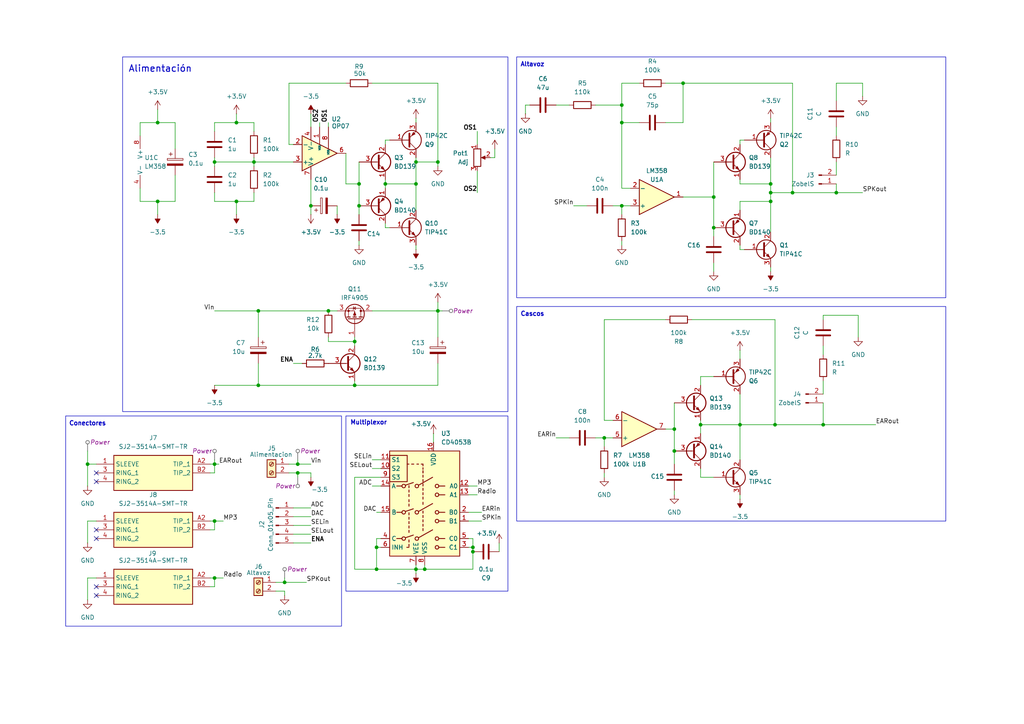
<source format=kicad_sch>
(kicad_sch (version 20231120) (generator "eeschema") (generator_version "8.0")
  (paper "A4")
  (title_block (title "Amplificador de Audio") (date "2024-04-08") (rev "v1.0") (company "RTAP"))
  (junction (at 104.14 53.34))
  (junction (at 111.76 53.34))
  (junction (at 175.26 127))
  (junction (at 62.23 167.64))
  (junction (at 223.52 55.88))
  (junction (at 90.17 59.69))
  (junction (at 82.55 168.91))
  (junction (at 74.93 90.17))
  (junction (at 223.52 53.34))
  (junction (at 25.4 134.62))
  (junction (at 86.36 134.62))
  (junction (at 62.23 134.62))
  (junction (at 195.58 130.81))
  (junction (at 68.58 58.42))
  (junction (at 214.63 123.19))
  (junction (at 109.22 165.1))
  (junction (at 195.58 124.46))
  (junction (at 180.34 59.69))
  (junction (at 242.57 55.88))
  (junction (at 73.66 46.99))
  (junction (at 229.87 55.88))
  (junction (at 207.01 66.04))
  (junction (at 137.16 160.02))
  (junction (at 223.52 58.42))
  (junction (at 45.72 35.56))
  (junction (at 62.23 151.13))
  (junction (at 45.72 58.42))
  (junction (at 224.79 123.19))
  (junction (at 238.76 123.19))
  (junction (at 198.12 24.13))
  (junction (at 104.14 59.69))
  (junction (at 62.23 46.99))
  (junction (at 95.25 90.17))
  (junction (at 123.19 165.1))
  (junction (at 109.22 158.75))
  (junction (at 68.58 35.56))
  (junction (at 180.34 30.48))
  (junction (at 137.16 158.75))
  (junction (at 120.65 46.99))
  (junction (at 127 90.17))
  (junction (at 102.87 111.76))
  (junction (at 207.01 57.15))
  (junction (at 120.65 165.1))
  (junction (at 86.36 137.16))
  (junction (at 102.87 99.06))
  (junction (at 203.2 123.19))
  (junction (at 120.65 53.34))
  (junction (at 180.34 35.56))
  (junction (at 74.93 111.76))
  (junction (at 127 46.99))
  (no_connect (at 27.94 153.67))
  (no_connect (at 27.94 139.7))
  (no_connect (at 27.94 170.18))
  (no_connect (at 27.94 172.72))
  (no_connect (at 27.94 156.21))
  (no_connect (at 27.94 137.16))
  (wire (pts (xy 111.76 40.64) (xy 111.76 41.91)))
  (wire (pts (xy 180.34 62.23) (xy 180.34 59.69)))
  (wire (pts (xy 86.36 134.62) (xy 83.82 134.62)))
  (wire (pts (xy 73.66 45.72) (xy 73.66 46.99)))
  (wire (pts (xy 97.79 62.23) (xy 97.79 59.69)))
  (wire (pts (xy 73.66 35.56) (xy 68.58 35.56)))
  (wire (pts (xy 83.82 24.13) (xy 83.82 41.91)))
  (wire (pts (xy 74.93 111.76) (xy 102.87 111.76)))
  (wire (pts (xy 214.63 72.39) (xy 214.63 71.12)))
  (wire (pts (xy 223.52 77.47) (xy 223.52 78.74)))
  (wire (pts (xy 120.65 45.72) (xy 120.65 46.99)))
  (wire (pts (xy 45.72 62.23) (xy 45.72 58.42)))
  (wire (pts (xy 100.33 44.45) (xy 100.33 53.34)))
  (wire (pts (xy 120.65 53.34) (xy 120.65 60.96)))
  (wire (pts (xy 203.2 138.43) (xy 203.2 135.89)))
  (wire (pts (xy 123.19 163.83) (xy 123.19 165.1)))
  (wire (pts (xy 74.93 105.41) (xy 74.93 111.76)))
  (wire (pts (xy 193.04 35.56) (xy 198.12 35.56)))
  (wire (pts (xy 63.5 134.62) (xy 62.23 134.62)))
  (wire (pts (xy 198.12 24.13) (xy 229.87 24.13)))
  (wire (pts (xy 120.65 166.37) (xy 120.65 165.1)))
  (wire (pts (xy 180.34 24.13) (xy 185.42 24.13)))
  (wire (pts (xy 175.26 121.92) (xy 177.8 121.92)))
  (wire (pts (xy 102.87 138.43) (xy 102.87 165.1)))
  (wire (pts (xy 161.29 30.48) (xy 165.1 30.48)))
  (wire (pts (xy 109.22 156.21) (xy 109.22 158.75)))
  (wire (pts (xy 86.36 133.35) (xy 86.36 134.62)))
  (wire (pts (xy 73.66 55.88) (xy 73.66 58.42)))
  (wire (pts (xy 120.65 46.99) (xy 127 46.99)))
  (wire (pts (xy 203.2 109.22) (xy 207.01 109.22)))
  (wire (pts (xy 92.71 35.56) (xy 92.71 36.83)))
  (wire (pts (xy 62.23 151.13) (xy 60.96 151.13)))
  (wire (pts (xy 73.66 58.42) (xy 68.58 58.42)))
  (wire (pts (xy 223.52 34.29) (xy 223.52 35.56)))
  (wire (pts (xy 62.23 167.64) (xy 64.77 167.64)))
  (wire (pts (xy 62.23 167.64) (xy 60.96 167.64)))
  (wire (pts (xy 104.14 69.85) (xy 104.14 71.12)))
  (wire (pts (xy 123.19 165.1) (xy 137.16 165.1)))
  (wire (pts (xy 62.23 134.62) (xy 62.23 137.16)))
  (wire (pts (xy 200.66 92.71) (xy 224.79 92.71)))
  (wire (pts (xy 123.19 165.1) (xy 120.65 165.1)))
  (wire (pts (xy 127 105.41) (xy 127 111.76)))
  (wire (pts (xy 25.4 134.62) (xy 25.4 140.97)))
  (wire (pts (xy 127 87.63) (xy 127 90.17)))
  (wire (pts (xy 198.12 57.15) (xy 207.01 57.15)))
  (wire (pts (xy 203.2 123.19) (xy 214.63 123.19)))
  (wire (pts (xy 27.94 167.64) (xy 25.4 167.64)))
  (wire (pts (xy 62.23 55.88) (xy 62.23 58.42)))
  (wire (pts (xy 137.16 158.75) (xy 137.16 156.21)))
  (wire (pts (xy 62.23 167.64) (xy 62.23 170.18)))
  (wire (pts (xy 107.95 90.17) (xy 127 90.17)))
  (wire (pts (xy 27.94 151.13) (xy 25.4 151.13)))
  (wire (pts (xy 68.58 33.02) (xy 68.58 35.56)))
  (wire (pts (xy 102.87 100.33) (xy 102.87 99.06)))
  (wire (pts (xy 224.79 123.19) (xy 238.76 123.19)))
  (wire (pts (xy 27.94 134.62) (xy 25.4 134.62)))
  (wire (pts (xy 90.17 147.32) (xy 85.09 147.32)))
  (wire (pts (xy 90.17 59.69) (xy 90.17 52.07)))
  (wire (pts (xy 95.25 90.17) (xy 97.79 90.17)))
  (wire (pts (xy 85.09 152.4) (xy 90.17 152.4)))
  (wire (pts (xy 110.49 138.43) (xy 102.87 138.43)))
  (wire (pts (xy 193.04 24.13) (xy 198.12 24.13)))
  (wire (pts (xy 214.63 58.42) (xy 223.52 58.42)))
  (wire (pts (xy 223.52 45.72) (xy 223.52 53.34)))
  (wire (pts (xy 95.25 99.06) (xy 102.87 99.06)))
  (wire (pts (xy 62.23 45.72) (xy 62.23 46.99)))
  (wire (pts (xy 138.43 49.53) (xy 138.43 55.88)))
  (wire (pts (xy 83.82 41.91) (xy 85.09 41.91)))
  (wire (pts (xy 74.93 90.17) (xy 95.25 90.17)))
  (wire (pts (xy 137.16 156.21) (xy 135.89 156.21)))
  (wire (pts (xy 62.23 111.76) (xy 74.93 111.76)))
  (wire (pts (xy 86.36 137.16) (xy 90.17 137.16)))
  (wire (pts (xy 111.76 66.04) (xy 111.76 64.77)))
  (wire (pts (xy 207.01 66.04) (xy 207.01 68.58)))
  (wire (pts (xy 68.58 58.42) (xy 62.23 58.42)))
  (wire (pts (xy 180.34 69.85) (xy 180.34 71.12)))
  (wire (pts (xy 214.63 101.6) (xy 214.63 104.14)))
  (wire (pts (xy 238.76 116.84) (xy 238.76 123.19)))
  (wire (pts (xy 100.33 53.34) (xy 104.14 53.34)))
  (wire (pts (xy 180.34 30.48) (xy 180.34 35.56)))
  (wire (pts (xy 68.58 58.42) (xy 68.58 62.23)))
  (wire (pts (xy 142.24 45.72) (xy 143.51 45.72)))
  (wire (pts (xy 80.01 171.45) (xy 82.55 171.45)))
  (wire (pts (xy 74.93 97.79) (xy 74.93 90.17)))
  (wire (pts (xy 60.96 137.16) (xy 62.23 137.16)))
  (wire (pts (xy 238.76 100.33) (xy 238.76 102.87)))
  (wire (pts (xy 45.72 31.75) (xy 45.72 35.56)))
  (wire (pts (xy 143.51 45.72) (xy 143.51 43.18)))
  (wire (pts (xy 137.16 158.75) (xy 135.89 158.75)))
  (wire (pts (xy 238.76 110.49) (xy 238.76 114.3)))
  (wire (pts (xy 214.63 52.07) (xy 214.63 53.34)))
  (wire (pts (xy 82.55 171.45) (xy 82.55 172.72)))
  (wire (pts (xy 120.65 165.1) (xy 109.22 165.1)))
  (wire (pts (xy 82.55 168.91) (xy 88.9 168.91)))
  (wire (pts (xy 62.23 153.67) (xy 60.96 153.67)))
  (wire (pts (xy 195.58 130.81) (xy 195.58 134.62)))
  (wire (pts (xy 223.52 55.88) (xy 223.52 58.42)))
  (wire (pts (xy 139.7 151.13) (xy 135.89 151.13)))
  (wire (pts (xy 120.65 34.29) (xy 120.65 35.56)))
  (wire (pts (xy 45.72 35.56) (xy 50.8 35.56)))
  (wire (pts (xy 83.82 24.13) (xy 100.33 24.13)))
  (wire (pts (xy 175.26 127) (xy 172.72 127)))
  (wire (pts (xy 107.95 140.97) (xy 110.49 140.97)))
  (wire (pts (xy 90.17 149.86) (xy 85.09 149.86)))
  (wire (pts (xy 175.26 92.71) (xy 175.26 121.92)))
  (wire (pts (xy 127 46.99) (xy 127 48.26)))
  (wire (pts (xy 185.42 35.56) (xy 180.34 35.56)))
  (wire (pts (xy 109.22 148.59) (xy 110.49 148.59)))
  (wire (pts (xy 207.01 46.99) (xy 207.01 57.15)))
  (wire (pts (xy 90.17 137.16) (xy 90.17 138.43)))
  (wire (pts (xy 214.63 123.19) (xy 214.63 133.35)))
  (wire (pts (xy 50.8 35.56) (xy 50.8 43.18)))
  (wire (pts (xy 95.25 97.79) (xy 95.25 99.06)))
  (wire (pts (xy 182.88 54.61) (xy 180.34 54.61)))
  (wire (pts (xy 166.37 59.69) (xy 170.18 59.69)))
  (wire (pts (xy 242.57 36.83) (xy 242.57 39.37)))
  (wire (pts (xy 62.23 151.13) (xy 62.23 153.67)))
  (wire (pts (xy 62.23 170.18) (xy 60.96 170.18)))
  (wire (pts (xy 203.2 109.22) (xy 203.2 111.76)))
  (wire (pts (xy 138.43 140.97) (xy 135.89 140.97)))
  (wire (pts (xy 248.92 91.44) (xy 248.92 97.79)))
  (wire (pts (xy 127 24.13) (xy 127 46.99)))
  (wire (pts (xy 175.26 137.16) (xy 175.26 138.43)))
  (wire (pts (xy 180.34 35.56) (xy 180.34 54.61)))
  (wire (pts (xy 40.64 39.37) (xy 40.64 35.56)))
  (wire (pts (xy 223.52 53.34) (xy 214.63 53.34)))
  (wire (pts (xy 107.95 135.89) (xy 110.49 135.89)))
  (wire (pts (xy 238.76 123.19) (xy 254 123.19)))
  (wire (pts (xy 83.82 137.16) (xy 86.36 137.16)))
  (wire (pts (xy 120.65 46.99) (xy 120.65 53.34)))
  (wire (pts (xy 82.55 168.91) (xy 80.01 168.91)))
  (wire (pts (xy 73.66 38.1) (xy 73.66 35.56)))
  (wire (pts (xy 40.64 58.42) (xy 40.64 54.61)))
  (wire (pts (xy 229.87 55.88) (xy 229.87 24.13)))
  (wire (pts (xy 195.58 142.24) (xy 195.58 143.51)))
  (wire (pts (xy 109.22 156.21) (xy 110.49 156.21)))
  (wire (pts (xy 73.66 46.99) (xy 85.09 46.99)))
  (wire (pts (xy 242.57 29.21) (xy 242.57 24.13)))
  (wire (pts (xy 195.58 116.84) (xy 195.58 124.46)))
  (wire (pts (xy 144.78 157.48) (xy 144.78 160.02)))
  (wire (pts (xy 85.09 105.41) (xy 87.63 105.41)))
  (wire (pts (xy 95.25 35.56) (xy 95.25 36.83)))
  (wire (pts (xy 214.63 143.51) (xy 214.63 144.78)))
  (wire (pts (xy 214.63 123.19) (xy 224.79 123.19)))
  (wire (pts (xy 125.73 125.73) (xy 125.73 128.27)))
  (wire (pts (xy 250.19 24.13) (xy 250.19 27.94)))
  (wire (pts (xy 120.65 53.34) (xy 111.76 53.34)))
  (wire (pts (xy 111.76 66.04) (xy 113.03 66.04)))
  (wire (pts (xy 175.26 127) (xy 177.8 127)))
  (wire (pts (xy 180.34 59.69) (xy 182.88 59.69)))
  (wire (pts (xy 64.77 151.13) (xy 62.23 151.13)))
  (wire (pts (xy 180.34 59.69) (xy 177.8 59.69)))
  (wire (pts (xy 138.43 38.1) (xy 138.43 41.91)))
  (wire (pts (xy 242.57 24.13) (xy 250.19 24.13)))
  (wire (pts (xy 102.87 111.76) (xy 127 111.76)))
  (wire (pts (xy 214.63 114.3) (xy 214.63 123.19)))
  (wire (pts (xy 161.29 127) (xy 165.1 127)))
  (wire (pts (xy 223.52 55.88) (xy 229.87 55.88)))
  (wire (pts (xy 172.72 30.48) (xy 180.34 30.48)))
  (wire (pts (xy 82.55 167.64) (xy 82.55 168.91)))
  (wire (pts (xy 128.27 90.17) (xy 127 90.17)))
  (wire (pts (xy 25.4 130.81) (xy 25.4 134.62)))
  (wire (pts (xy 214.63 60.96) (xy 214.63 58.42)))
  (wire (pts (xy 62.23 133.35) (xy 62.23 134.62)))
  (wire (pts (xy 107.95 133.35) (xy 110.49 133.35)))
  (wire (pts (xy 195.58 124.46) (xy 195.58 130.81)))
  (wire (pts (xy 242.57 46.99) (xy 242.57 50.8)))
  (wire (pts (xy 86.36 138.43) (xy 86.36 137.16)))
  (wire (pts (xy 120.65 165.1) (xy 120.65 163.83)))
  (wire (pts (xy 85.09 157.48) (xy 90.17 157.48)))
  (wire (pts (xy 203.2 121.92) (xy 203.2 123.19)))
  (wire (pts (xy 25.4 151.13) (xy 25.4 157.48)))
  (wire (pts (xy 223.52 55.88) (xy 223.52 53.34)))
  (wire (pts (xy 68.58 35.56) (xy 62.23 35.56)))
  (wire (pts (xy 109.22 165.1) (xy 109.22 158.75)))
  (wire (pts (xy 102.87 111.76) (xy 102.87 110.49)))
  (wire (pts (xy 90.17 134.62) (xy 86.36 134.62)))
  (wire (pts (xy 137.16 165.1) (xy 137.16 160.02)))
  (wire (pts (xy 175.26 92.71) (xy 193.04 92.71)))
  (wire (pts (xy 62.23 46.99) (xy 73.66 46.99)))
  (wire (pts (xy 120.65 71.12) (xy 120.65 72.39)))
  (wire (pts (xy 107.95 24.13) (xy 127 24.13)))
  (wire (pts (xy 203.2 138.43) (xy 207.01 138.43)))
  (wire (pts (xy 175.26 129.54) (xy 175.26 127)))
  (wire (pts (xy 242.57 55.88) (xy 242.57 53.34)))
  (wire (pts (xy 180.34 24.13) (xy 180.34 30.48)))
  (wire (pts (xy 152.4 30.48) (xy 153.67 30.48)))
  (wire (pts (xy 73.66 48.26) (xy 73.66 46.99)))
  (wire (pts (xy 50.8 50.8) (xy 50.8 58.42)))
  (wire (pts (xy 214.63 72.39) (xy 215.9 72.39)))
  (wire (pts (xy 250.19 55.88) (xy 242.57 55.88)))
  (wire (pts (xy 139.7 148.59) (xy 135.89 148.59)))
  (wire (pts (xy 85.09 154.94) (xy 90.17 154.94)))
  (wire (pts (xy 62.23 90.17) (xy 74.93 90.17)))
  (wire (pts (xy 127 90.17) (xy 127 97.79)))
  (wire (pts (xy 238.76 92.71) (xy 238.76 91.44)))
  (wire (pts (xy 104.14 53.34) (xy 104.14 59.69)))
  (wire (pts (xy 111.76 54.61) (xy 111.76 53.34)))
  (wire (pts (xy 62.23 134.62) (xy 60.96 134.62)))
  (wire (pts (xy 138.43 143.51) (xy 135.89 143.51)))
  (wire (pts (xy 224.79 92.71) (xy 224.79 123.19)))
  (wire (pts (xy 193.04 124.46) (xy 195.58 124.46)))
  (wire (pts (xy 198.12 24.13) (xy 198.12 35.56)))
  (wire (pts (xy 203.2 123.19) (xy 203.2 125.73)))
  (wire (pts (xy 207.01 76.2) (xy 207.01 78.74)))
  (wire (pts (xy 40.64 35.56) (xy 45.72 35.56)))
  (wire (pts (xy 104.14 59.69) (xy 104.14 62.23)))
  (wire (pts (xy 109.22 158.75) (xy 110.49 158.75)))
  (wire (pts (xy 207.01 57.15) (xy 207.01 66.04)))
  (wire (pts (xy 229.87 55.88) (xy 242.57 55.88)))
  (wire (pts (xy 102.87 165.1) (xy 109.22 165.1)))
  (wire (pts (xy 104.14 46.99) (xy 104.14 53.34)))
  (wire (pts (xy 238.76 91.44) (xy 248.92 91.44)))
  (wire (pts (xy 113.03 40.64) (xy 111.76 40.64)))
  (wire (pts (xy 223.52 58.42) (xy 223.52 67.31)))
  (wire (pts (xy 215.9 40.64) (xy 214.63 40.64)))
  (wire (pts (xy 102.87 99.06) (xy 102.87 97.79)))
  (wire (pts (xy 45.72 58.42) (xy 40.64 58.42)))
  (wire (pts (xy 214.63 40.64) (xy 214.63 41.91)))
  (wire (pts (xy 90.17 62.23) (xy 90.17 59.69)))
  (wire (pts (xy 111.76 52.07) (xy 111.76 53.34)))
  (wire (pts (xy 25.4 167.64) (xy 25.4 173.99)))
  (wire (pts (xy 137.16 160.02) (xy 137.16 158.75)))
  (wire (pts (xy 62.23 35.56) (xy 62.23 38.1)))
  (wire (pts (xy 90.17 33.02) (xy 90.17 36.83)))
  (wire (pts (xy 152.4 33.02) (xy 152.4 30.48)))
  (wire (pts (xy 50.8 58.42) (xy 45.72 58.42)))
  (wire (pts (xy 62.23 46.99) (xy 62.23 48.26)))
  (rectangle (start 149.86 88.9) (end 274.32 151.13))
  (rectangle (start 19.05 120.65) (end 99.06 181.61))
  (rectangle (start 100.33 120.65) (end 147.32 171.45))
  (rectangle (start 149.86 16.51) (end 274.32 86.36))
  (rectangle (start 35.56 16.51) (end 147.32 119.38))
  (text "Alimentación" (at 46.482 20.066 0) (effects (font (size 1.905 1.905) (thickness 0.254) (bold yes))))
  (text "Altavoz" (at 154.432 18.796 0) (effects (font (size 1.27 1.27) (bold yes))))
  (text "Conectores" (at 25.4 122.936 0) (effects (font (size 1.27 1.27) (bold yes))))
  (text "Cascos" (at 154.432 91.186 0) (effects (font (size 1.27 1.27) (bold yes))))
  (text "Multiplexor" (at 106.934 122.682 0) (effects (font (size 1.27 1.27) (bold yes))))
  (label "SPKout" (at 88.9 168.91 0))
  (label "OS1" (at 95.25 35.56 90) (effects (font (bold yes))))
  (label "ENA" (at 85.09 105.41 180) (effects (font (bold yes))))
  (label "SELout" (at 107.95 135.89 180))
  (label "MP3" (at 64.77 151.13 0))
  (label "Radio" (at 138.43 143.51 0))
  (label "EARout" (at 254 123.19 0))
  (label "Vin" (at 90.17 134.62 0))
  (label "OS2" (at 92.71 35.56 90) (effects (font (bold yes))))
  (label "SPKout" (at 250.19 55.88 0))
  (label "SPKin" (at 166.37 59.69 180))
  (label "ENA" (at 90.17 157.48 0) (effects (font (bold yes))))
  (label "MP3" (at 138.43 140.97 0))
  (label "ADC" (at 107.95 140.97 180))
  (label "Radio" (at 64.77 167.64 0))
  (label "SELin" (at 107.95 133.35 180))
  (label "EARin" (at 139.7 148.59 0))
  (label "SELout" (at 90.17 154.94 0))
  (label "SPKin" (at 139.7 151.13 0))
  (label "Vin" (at 62.23 90.17 180))
  (label "EARin" (at 161.29 127 180))
  (label "OS2" (at 138.43 55.88 180) (effects (font (bold yes))))
  (label "SELin" (at 90.17 152.4 0))
  (label "EARout" (at 63.5 134.62 0))
  (label "DAC" (at 109.22 148.59 180))
  (label "ADC" (at 90.17 147.32 0))
  (label "OS1" (at 138.43 38.1 180) (effects (font (bold yes))))
  (label "DAC" (at 90.17 149.86 0))
  (netclass_flag "" (length 2.54) (shape round) (at 86.36 133.35 0) (property "Netclass" "Power" (at 87.0585 130.81 0) (effects (font (italic yes)) (justify left))))
  (netclass_flag "" (length 2.54) (shape round) (at 82.55 167.64 0) (property "Netclass" "Power" (at 83.2485 165.1 0) (effects (font (italic yes)) (justify left))))
  (netclass_flag "" (length 2.54) (shape round) (at 128.27 90.17 270) (property "Netclass" "Power" (at 137.16 90.17 0) (effects (font (italic yes)) (justify right))))
  (netclass_flag "" (length 2.54) (shape round) (at 86.36 138.43 180) (property "Netclass" "Power" (at 85.6615 140.97 0) (effects (font (italic yes)) (justify right))))
  (netclass_flag "" (length 2.54) (shape round) (at 25.4 130.81 0) (property "Netclass" "Power" (at 26.0985 128.27 0) (effects (font (italic yes)) (justify left))))
  (netclass_flag "" (length 2.54) (shape round) (at 62.23 133.35 0) (property "Netclass" "Power" (at 61.5315 130.81 0) (effects (font (italic yes)) (justify right))))
  (symbol (lib_id "power:GND") (at 180.34 71.12 0) (unit 1)
    (property "Reference" "#PWR08" (effects (hide yes)))
    (property "Value" "GND" (at 180.34 76.2 0))
    (property "Description" "Power symbol creates a global label with name \"GND\" , ground" (effects (hide yes)))
  )
  (symbol (lib_id "power:+3.3V") (at 68.58 33.02 0) (unit 1)
    (property "Reference" "#PWR04" (effects (hide yes)))
    (property "Value" "+3.5V" (at 68.58 27.94 0))
    (property "Description" "Power symbol creates a global label with name \"+3.3V\"" (effects (hide yes)))
  )
  (symbol (lib_id "power:-3V3") (at 90.17 33.02 0) (mirror y) (unit 1)
    (property "Reference" "#PWR027" (effects (hide yes)))
    (property "Value" "-3.5" (at 90.17 27.94 0))
    (property "Description" "Power symbol creates a global label with name \"-3V3\"" (effects (hide yes)))
  )
  (symbol (lib_id "power:-3V3") (at 120.65 166.37 180) (unit 1)
    (property "Reference" "#PWR019" (effects (hide yes)))
    (property "Value" "-3.5" (at 119.634 169.164 0) (effects (justify left)))
    (property "Description" "Power symbol creates a global label with name \"-3V3\"" (effects (hide yes)))
  )
  (symbol (lib_id "power:-3V3") (at 214.63 144.78 180) (unit 1)
    (property "Reference" "#PWR014" (effects (hide yes)))
    (property "Value" "-3.5" (at 214.63 149.86 0))
    (property "Description" "Power symbol creates a global label with name \"-3V3\"" (effects (hide yes)))
  )
  (symbol (lib_id "Device:C") (at 168.91 127 90) (unit 1)
    (property "Reference" "C8" (at 168.91 119.38 90))
    (property "Value" "100n" (at 168.91 121.92 90))
    (property "Footprint" "Capacitor_SMD:C_1206_3216Metric" (effects (hide yes)))
    (property "Description" "Unpolarized capacitor" (effects (hide yes)))
  )
  (symbol (lib_id "power:-3V3") (at 62.23 111.76 180) (unit 1)
    (property "Reference" "#PWR020" (effects (hide yes)))
    (property "Value" "-3.5" (at 62.23 116.84 0))
    (property "Description" "Power symbol creates a global label with name \"-3V3\"" (effects (hide yes)))
  )
  (symbol (lib_id "Device:C") (at 62.23 52.07 0) (unit 1)
    (property "Reference" "C2" (at 66.04 50.7999 0) (effects (justify left)))
    (property "Value" "1u" (at 66.04 53.3399 0) (effects (justify left)))
    (property "Footprint" "Capacitor_SMD:C_1206_3216Metric" (effects (hide yes)))
    (property "Description" "Unpolarized capacitor" (effects (hide yes)))
  )
  (symbol (lib_id "Device:C_Polarized") (at 127 101.6 0) (mirror y) (unit 1)
    (property "Reference" "C13" (at 123.19 99.4409 0) (effects (justify left)))
    (property "Value" "10u" (at 123.19 101.9809 0) (effects (justify left)))
    (property "Footprint" "Capacitor_SMD:C_1206_3216Metric" (effects (hide yes)))
    (property "Description" "Polarized capacitor" (effects (hide yes)))
  )
  (symbol (lib_id "Device:C_Polarized") (at 50.8 46.99 0) (unit 1)
    (property "Reference" "C3" (at 54.61 44.8309 0) (effects (justify left)))
    (property "Value" "0.1u" (at 54.61 47.3709 0) (effects (justify left)))
    (property "Footprint" "Capacitor_SMD:C_1206_3216Metric" (effects (hide yes)))
    (property "Description" "Polarized capacitor" (effects (hide yes)))
  )
  (symbol (lib_id "power:GND") (at 127 48.26 0) (unit 1)
    (property "Reference" "#PWR03" (effects (hide yes)))
    (property "Value" "GND" (at 127 53.34 0))
    (property "Description" "Power symbol creates a global label with name \"GND\" , ground" (effects (hide yes)))
  )
  (symbol (lib_id "Transistor_BJT:BD139") (at 109.22 46.99 0) (unit 1)
    (property "Reference" "Q3" (at 114.3 45.7199 0) (effects (justify left)))
    (property "Value" "BD139" (at 114.3 48.2599 0) (effects (justify left)))
    (property "Footprint" "Package_TO_SOT_THT:TO-126-3_Vertical" (effects (hide yes)))
    (property "Datasheet" "http://www.st.com/internet/com/TECHNICAL_RESOURCES/TECHNICAL_LITERATURE/DATASHEET/CD00001225.pdf" (effects (hide yes)))
    (property "Description" "1.5A Ic, 80V Vce, Low Voltage Transistor, TO-126" (effects (hide yes)))
  )
  (symbol (lib_id "power:GND") (at 248.92 97.79 0) (unit 1)
    (property "Reference" "#PWR029" (effects (hide yes)))
    (property "Value" "GND" (at 248.92 102.87 0))
    (property "Description" "Power symbol creates a global label with name \"GND\" , ground" (effects (hide yes)))
  )
  (symbol (lib_id "power:+3.3V") (at 90.17 62.23 0) (mirror x) (unit 1)
    (property "Reference" "#PWR026" (effects (hide yes)))
    (property "Value" "+3.5V" (at 90.17 67.31 0))
    (property "Description" "Power symbol creates a global label with name \"+3.3V\"" (effects (hide yes)))
  )
  (symbol (lib_id "Transistor_BJT:TIP42C") (at 118.11 40.64 0) (mirror x) (unit 1)
    (property "Reference" "Q9" (at 123.19 41.9101 0) (effects (justify left)))
    (property "Value" "TIP42C" (at 123.19 39.3701 0) (effects (justify left)))
    (property "Footprint" "Package_TO_SOT_THT:TO-220-3_Vertical" (effects (hide yes)))
    (property "Datasheet" "https://www.centralsemi.com/get_document.php?cmp=1&mergetype=pd&mergepath=pd&pdf_id=TIP42.PDF" (effects (hide yes)))
    (property "Description" "-6A Ic, -100V Vce, Power PNP Transistor, TO-220" (effects (hide yes)))
  )
  (symbol (lib_id "Analog_Switch:CD4053B") (at 123.19 146.05 0) (unit 1)
    (property "Reference" "U3" (at 127.9241 125.73 0) (effects (justify left)))
    (property "Value" "CD4053B" (at 127.9241 128.27 0) (effects (justify left)))
    (property "Footprint" "Package_DIP:DIP-16_W7.62mm_Socket_LongPads" (effects (hide yes)))
    (property "Datasheet" "http://www.ti.com/lit/ds/symlink/cd4052b.pdf" (effects (hide yes)))
    (property "Description" "CMOS triple 2-channel analog multiplexer/demultiplexer, TSSOP-16/DIP-16/SOIC-16" (effects (hide yes)))
  )
  (symbol (lib_id "power:-3V3") (at 45.72 62.23 180) (unit 1)
    (property "Reference" "#PWR023" (effects (hide yes)))
    (property "Value" "-3.5" (at 45.72 67.31 0))
    (property "Description" "Power symbol creates a global label with name \"-3V3\"" (effects (hide yes)))
  )
  (symbol (lib_id "power:GND") (at 195.58 143.51 0) (unit 1)
    (property "Reference" "#PWR031" (effects (hide yes)))
    (property "Value" "GND" (at 195.58 148.59 0))
    (property "Description" "Power symbol creates a global label with name \"GND\" , ground" (effects (hide yes)))
  )
  (symbol (lib_id "Device:C") (at 62.23 41.91 0) (unit 1)
    (property "Reference" "C1" (at 66.04 40.6399 0) (effects (justify left)))
    (property "Value" "1u" (at 66.04 43.1799 0) (effects (justify left)))
    (property "Footprint" "Capacitor_SMD:C_1206_3216Metric" (effects (hide yes)))
    (property "Description" "Unpolarized capacitor" (effects (hide yes)))
  )
  (symbol (lib_id "power:-3V3") (at 68.58 62.23 180) (unit 1)
    (property "Reference" "#PWR05" (effects (hide yes)))
    (property "Value" "-3.5" (at 68.58 67.31 0))
    (property "Description" "Power symbol creates a global label with name \"-3V3\"" (effects (hide yes)))
  )
  (symbol (lib_id "power:GND") (at 175.26 138.43 0) (unit 1)
    (property "Reference" "#PWR012" (effects (hide yes)))
    (property "Value" "GND" (at 175.26 143.51 0))
    (property "Description" "Power symbol creates a global label with name \"GND\" , ground" (effects (hide yes)))
  )
  (symbol (lib_id "Device:R") (at 91.44 105.41 90) (unit 1)
    (property "Reference" "R6" (at 91.44 101.346 90))
    (property "Value" "2.7k" (at 91.44 103.124 90))
    (property "Footprint" "Resistor_SMD:R_1206_3216Metric" (effects (hide yes)))
    (property "Description" "Resistor" (effects (hide yes)))
  )
  (symbol (lib_id "Transistor_BJT:BD140") (at 200.66 130.81 0) (mirror x) (unit 1)
    (property "Reference" "Q14" (at 205.74 129.5399 0) (effects (justify left)))
    (property "Value" "BD140" (at 205.74 132.0799 0) (effects (justify left)))
    (property "Footprint" "Package_TO_SOT_THT:TO-126-3_Vertical" (effects (hide yes)))
    (property "Datasheet" "http://www.st.com/internet/com/TECHNICAL_RESOURCES/TECHNICAL_LITERATURE/DATASHEET/CD00001225.pdf" (effects (hide yes)))
    (property "Description" "1.5A Ic, 80V Vce, Low Voltage Transistor, TO-126" (effects (hide yes)))
  )
  (symbol (lib_id "Device:C_Polarized") (at 74.93 101.6 0) (mirror y) (unit 1)
    (property "Reference" "C7" (at 71.12 99.4409 0) (effects (justify left)))
    (property "Value" "10u" (at 71.12 101.9809 0) (effects (justify left)))
    (property "Footprint" "Capacitor_SMD:C_1206_3216Metric" (effects (hide yes)))
    (property "Description" "Polarized capacitor" (effects (hide yes)))
  )
  (symbol (lib_id "Device:C") (at 104.14 66.04 0) (unit 1)
    (property "Reference" "C14" (at 106.426 67.818 0) (effects (justify left)))
    (property "Value" "1u" (effects (hide yes)))
    (property "Footprint" "Capacitor_SMD:C_1206_3216Metric" (effects (hide yes)))
    (property "Description" "Unpolarized capacitor" (effects (hide yes)))
  )
  (symbol (lib_id "Device:R") (at 168.91 30.48 270) (unit 1)
    (property "Reference" "R5" (at 168.91 24.13 90))
    (property "Value" "110k" (at 168.91 26.67 90))
    (property "Footprint" "Resistor_SMD:R_1206_3216Metric" (effects (hide yes)))
    (property "Description" "Resistor" (effects (hide yes)))
  )
  (symbol (lib_id "power:GND") (at 207.01 78.74 0) (unit 1)
    (property "Reference" "#PWR030" (effects (hide yes)))
    (property "Value" "GND" (at 207.01 83.82 0))
    (property "Description" "Power symbol creates a global label with name \"GND\" , ground" (effects (hide yes)))
  )
  (symbol (lib_id "Connector:Screw_Terminal_01x02") (at 74.93 168.91 0) (mirror y) (unit 1)
    (property "Reference" "J6" (at 76.2 164.338 0) (effects (justify left)))
    (property "Value" "Altavoz" (at 78.486 166.116 0) (effects (justify left)))
    (property "Footprint" "TerminalBlock:TerminalBlock_bornier-2_P5.08mm" (effects (hide yes)))
    (property "Description" "Generic screw terminal, single row, 01x02, script generated (kicad-library-utils/schlib/autogen/connector/)" (effects (hide yes)))
  )
  (symbol (lib_id "power:-3V3") (at 120.65 72.39 180) (unit 1)
    (property "Reference" "#PWR02" (effects (hide yes)))
    (property "Value" "-3.5" (at 120.65 77.47 0))
    (property "Description" "Power symbol creates a global label with name \"-3V3\"" (effects (hide yes)))
  )
  (symbol (lib_id "Transistor_FET:IRF4905") (at 102.87 92.71 270) (mirror x) (unit 1)
    (property "Reference" "Q11" (at 102.87 83.82 90))
    (property "Value" "IRF4905" (at 102.87 86.36 90))
    (property "Footprint" "Package_TO_SOT_THT:TO-220-3_Vertical" (effects (hide yes)))
    (property "Datasheet" "http://www.infineon.com/dgdl/irf4905.pdf?fileId=5546d462533600a4015355e32165197c" (effects (hide yes)))
    (property "Description" "-74A Id, -55V Vds, Single P-Channel HEXFET Power MOSFET, 20mOhm Ron, TO-220AB" (effects (hide yes)))
  )
  (symbol (lib_id "Device:R") (at 189.23 24.13 270) (unit 1)
    (property "Reference" "R4" (at 189.23 17.78 90))
    (property "Value" "100k" (at 189.23 20.32 90))
    (property "Footprint" "Resistor_SMD:R_1206_3216Metric" (effects (hide yes)))
    (property "Description" "Resistor" (effects (hide yes)))
  )
  (symbol (lib_id "Device:R") (at 95.25 93.98 0) (mirror y) (unit 1)
    (property "Reference" "R12" (at 92.71 92.7099 0) (effects (justify left)))
    (property "Value" "10k" (at 92.71 95.2499 0) (effects (justify left)))
    (property "Footprint" "Resistor_SMD:R_1206_3216Metric" (effects (hide yes)))
    (property "Description" "Resistor" (effects (hide yes)))
  )
  (symbol (lib_id "power:+3.3V") (at 120.65 34.29 0) (unit 1)
    (property "Reference" "#PWR01" (effects (hide yes)))
    (property "Value" "+3.5V" (at 120.65 29.21 0))
    (property "Description" "Power symbol creates a global label with name \"+3.3V\"" (effects (hide yes)))
  )
  (symbol (lib_id "Device:C") (at 140.97 160.02 270) (unit 1)
    (property "Reference" "C9" (at 140.97 167.64 90))
    (property "Value" "0.1u" (at 140.97 165.1 90))
    (property "Footprint" "Capacitor_SMD:C_1206_3216Metric" (effects (hide yes)))
    (property "Description" "Unpolarized capacitor" (effects (hide yes)))
  )
  (symbol (lib_id "Transistor_BJT:TIP42C") (at 220.98 40.64 0) (mirror x) (unit 1)
    (property "Reference" "Q2" (at 226.06 41.9101 0) (effects (justify left)))
    (property "Value" "TIP42C" (at 226.06 39.3701 0) (effects (justify left)))
    (property "Footprint" "Package_TO_SOT_THT:TO-220-3_Vertical" (effects (hide yes)))
    (property "Datasheet" "https://www.centralsemi.com/get_document.php?cmp=1&mergetype=pd&mergepath=pd&pdf_id=TIP42.PDF" (effects (hide yes)))
    (property "Description" "-6A Ic, -100V Vce, Power PNP Transistor, TO-220" (effects (hide yes)))
  )
  (symbol (lib_id "Device:C_Polarized") (at 93.98 59.69 90) (unit 1)
    (property "Reference" "C10" (at 93.091 52.07 90))
    (property "Value" "0.1u" (at 93.091 54.61 90))
    (property "Footprint" "Capacitor_SMD:C_1206_3216Metric" (effects (hide yes)))
    (property "Description" "Polarized capacitor" (effects (hide yes)))
  )
  (symbol (lib_id "Amplifier_Operational:LM358") (at 190.5 57.15 0) (mirror x) (unit 1)
    (property "Reference" "U1" (at 190.5 52.07 0))
    (property "Value" "LM358" (at 190.5 49.53 0))
    (property "Footprint" "Package_DIP:DIP-8_W7.62mm_Socket_LongPads" (effects (hide yes)))
    (property "Datasheet" "http://www.ti.com/lit/ds/symlink/lm2904-n.pdf" (effects (hide yes)))
    (property "Description" "Low-Power, Dual Operational Amplifiers, DIP-8/SOIC-8/TO-99-8" (effects (hide yes)))
  )
  (symbol (lib_id "SJ2-3514A-SMT-TR:SJ2-3514A-SMT-TR") (at 27.94 167.64 0) (unit 1)
    (property "Reference" "J9" (at 44.196 160.528 0))
    (property "Value" "SJ2-3514A-SMT-TR" (at 44.45 162.56 0))
    (property "Footprint" "footprints:SJ23514ASMTTR" (effects (hide yes)))
    (property "Datasheet" "https://www.cuidevices.com/product/resource/sj2-3514a-smt-tr.pdf" (effects (hide yes)))
    (property "Description" "Phone Connectors 3.5mm Audio Jack SMT 4 conductor 0 switch" (effects (hide yes)))
    (property "Height" "6.3" (effects (hide yes)))
    (property "Mouser Part Number" "490-SJ2-3514A-SMT-TR" (effects (hide yes)))
    (property "Mouser Price/Stock" "https://www.mouser.co.uk/ProductDetail/CUI-Devices/SJ2-3514A-SMT-TR?qs=DXv0QSHKF4zpblhM%2FVL%252BUg%3D%3D" (effects (hide yes)))
    (property "Manufacturer_Name" "CUI Devices" (effects (hide yes)))
    (property "Manufacturer_Part_Number" "SJ2-3514A-SMT-TR" (effects (hide yes)))
  )
  (symbol (lib_id "Connector:Screw_Terminal_01x02") (at 78.74 134.62 0) (mirror y) (unit 1)
    (property "Reference" "J5" (at 80.01 130.048 0) (effects (justify left)))
    (property "Value" "Alimentacion" (at 84.836 131.826 0) (effects (justify left)))
    (property "Footprint" "TerminalBlock:TerminalBlock_bornier-2_P5.08mm" (effects (hide yes)))
    (property "Description" "Generic screw terminal, single row, 01x02, script generated (kicad-library-utils/schlib/autogen/connector/)" (effects (hide yes)))
  )
  (symbol (lib_id "power:-3V3") (at 90.17 138.43 180) (unit 1)
    (property "Reference" "#PWR017" (effects (hide yes)))
    (property "Value" "-3.5" (at 92.71 141.986 0))
    (property "Description" "Power symbol creates a global label with name \"-3V3\"" (effects (hide yes)))
  )
  (symbol (lib_id "power:GND") (at 82.55 172.72 0) (unit 1)
    (property "Reference" "#PWR035" (effects (hide yes)))
    (property "Value" "GND" (at 82.55 177.8 0))
    (property "Description" "Power symbol creates a global label with name \"GND\" , ground" (effects (hide yes)))
  )
  (symbol (lib_id "Transistor_BJT:BD140") (at 109.22 59.69 0) (mirror x) (unit 1)
    (property "Reference" "Q4" (at 114.3 58.4199 0) (effects (justify left)))
    (property "Value" "BD140" (at 114.3 60.9599 0) (effects (justify left)))
    (property "Footprint" "Package_TO_SOT_THT:TO-126-3_Vertical" (effects (hide yes)))
    (property "Datasheet" "http://www.st.com/internet/com/TECHNICAL_RESOURCES/TECHNICAL_LITERATURE/DATASHEET/CD00001225.pdf" (effects (hide yes)))
    (property "Description" "1.5A Ic, 80V Vce, Low Voltage Transistor, TO-126" (effects (hide yes)))
  )
  (symbol (lib_id "Device:R") (at 180.34 66.04 180) (unit 1)
    (property "Reference" "R3" (at 182.88 64.7699 0) (effects (justify right)))
    (property "Value" "100k" (at 182.88 67.3099 0) (effects (justify right)))
    (property "Footprint" "Resistor_SMD:R_1206_3216Metric" (effects (hide yes)))
    (property "Description" "Resistor" (effects (hide yes)))
  )
  (symbol (lib_id "Connector:Conn_01x02_Pin") (at 237.49 53.34 0) (mirror x) (unit 1)
    (property "Reference" "J3" (at 236.22 50.7999 0) (effects (justify right)))
    (property "Value" "ZobelS" (at 236.22 53.3399 0) (effects (justify right)))
    (property "Footprint" "Connector_PinHeader_2.54mm:PinHeader_1x02_P2.54mm_Vertical" (effects (hide yes)))
    (property "Description" "Generic connector, single row, 01x02, script generated" (effects (hide yes)))
  )
  (symbol (lib_id "Transistor_BJT:BD139") (at 200.66 116.84 0) (unit 1)
    (property "Reference" "Q13" (at 205.74 115.5699 0) (effects (justify left)))
    (property "Value" "BD139" (at 205.74 118.1099 0) (effects (justify left)))
    (property "Footprint" "Package_TO_SOT_THT:TO-126-3_Vertical" (effects (hide yes)))
    (property "Datasheet" "http://www.st.com/internet/com/TECHNICAL_RESOURCES/TECHNICAL_LITERATURE/DATASHEET/CD00001225.pdf" (effects (hide yes)))
    (property "Description" "1.5A Ic, 80V Vce, Low Voltage Transistor, TO-126" (effects (hide yes)))
  )
  (symbol (lib_id "SJ2-3514A-SMT-TR:SJ2-3514A-SMT-TR") (at 27.94 134.62 0) (unit 1)
    (property "Reference" "J7" (at 44.45 127 0))
    (property "Value" "SJ2-3514A-SMT-TR" (at 44.45 129.54 0))
    (property "Footprint" "footprints:SJ23514ASMTTR" (effects (hide yes)))
    (property "Datasheet" "https://www.cuidevices.com/product/resource/sj2-3514a-smt-tr.pdf" (effects (hide yes)))
    (property "Description" "Phone Connectors 3.5mm Audio Jack SMT 4 conductor 0 switch" (effects (hide yes)))
    (property "Height" "6.3" (effects (hide yes)))
    (property "Mouser Part Number" "490-SJ2-3514A-SMT-TR" (effects (hide yes)))
    (property "Mouser Price/Stock" "https://www.mouser.co.uk/ProductDetail/CUI-Devices/SJ2-3514A-SMT-TR?qs=DXv0QSHKF4zpblhM%2FVL%252BUg%3D%3D" (effects (hide yes)))
    (property "Manufacturer_Name" "CUI Devices" (effects (hide yes)))
    (property "Manufacturer_Part_Number" "SJ2-3514A-SMT-TR" (effects (hide yes)))
  )
  (symbol (lib_id "Device:C") (at 189.23 35.56 90) (unit 1)
    (property "Reference" "C5" (at 189.23 27.94 90))
    (property "Value" "75p" (at 189.23 30.48 90))
    (property "Footprint" "Capacitor_SMD:C_1206_3216Metric" (effects (hide yes)))
    (property "Description" "Unpolarized capacitor" (effects (hide yes)))
  )
  (symbol (lib_id "Transistor_BJT:TIP42C") (at 212.09 109.22 0) (mirror x) (unit 1)
    (property "Reference" "Q6" (at 217.17 110.4901 0) (effects (justify left)))
    (property "Value" "TIP42C" (at 217.17 107.9501 0) (effects (justify left)))
    (property "Footprint" "Package_TO_SOT_THT:TO-220-3_Vertical" (effects (hide yes)))
    (property "Datasheet" "https://www.centralsemi.com/get_document.php?cmp=1&mergetype=pd&mergepath=pd&pdf_id=TIP42.PDF" (effects (hide yes)))
    (property "Description" "-6A Ic, -100V Vce, Power PNP Transistor, TO-220" (effects (hide yes)))
  )
  (symbol (lib_id "power:GND") (at 25.4 173.99 0) (unit 1)
    (property "Reference" "#PWR034" (effects (hide yes)))
    (property "Value" "GND" (at 25.4 179.07 0))
    (property "Description" "Power symbol creates a global label with name \"GND\" , ground" (effects (hide yes)))
  )
  (symbol (lib_id "power:GND") (at 25.4 140.97 0) (unit 1)
    (property "Reference" "#PWR015" (effects (hide yes)))
    (property "Value" "GND" (at 25.4 146.05 0))
    (property "Description" "Power symbol creates a global label with name \"GND\" , ground" (effects (hide yes)))
  )
  (symbol (lib_id "Connector:Conn_01x05_Pin") (at 80.01 152.4 0) (unit 1)
    (property "Reference" "J2" (at 75.946 152.146 90))
    (property "Value" "Conn_01x05_Pin" (at 78.486 152.146 90))
    (property "Footprint" "Connector_PinHeader_2.54mm:PinHeader_1x05_P2.54mm_Vertical" (effects (hide yes)))
    (property "Description" "Generic connector, single row, 01x05, script generated" (effects (hide yes)))
  )
  (symbol (lib_id "power:+3.3V") (at 45.72 31.75 0) (unit 1)
    (property "Reference" "#PWR022" (effects (hide yes)))
    (property "Value" "+3.5V" (at 45.72 26.67 0))
    (property "Description" "Power symbol creates a global label with name \"+3.3V\"" (effects (hide yes)))
  )
  (symbol (lib_id "Amplifier_Operational:OP07") (at 92.71 44.45 0) (mirror x) (unit 1)
    (property "Reference" "U2" (at 97.536 34.544 0))
    (property "Value" "OP07" (at 98.806 36.576 0))
    (property "Footprint" "Package_DIP:DIP-8_W7.62mm_Socket_LongPads" (effects (hide yes)))
    (property "Datasheet" "https://www.analog.com/media/en/technical-documentation/data-sheets/OP07.pdf" (effects (hide yes)))
    (property "Description" "Single Ultra-Low Offset Voltage Operational Amplifier, DIP-8/SOIC-8" (effects (hide yes)))
  )
  (symbol (lib_id "Transistor_BJT:TIP41C") (at 220.98 72.39 0) (unit 1)
    (property "Reference" "Q1" (at 226.06 71.1199 0) (effects (justify left)))
    (property "Value" "TIP41C" (at 226.06 73.6599 0) (effects (justify left)))
    (property "Footprint" "Package_TO_SOT_THT:TO-220-3_Vertical" (effects (hide yes)))
    (property "Datasheet" "https://www.centralsemi.com/get_document.php?cmp=1&mergetype=pd&mergepath=pd&pdf_id=tip41.PDF" (effects (hide yes)))
    (property "Description" "6A Ic, 100V Vce, Power NPN Transistor, TO-220" (effects (hide yes)))
  )
  (symbol (lib_id "SJ2-3514A-SMT-TR:SJ2-3514A-SMT-TR") (at 27.94 151.13 0) (unit 1)
    (property "Reference" "J8" (at 44.45 143.51 0))
    (property "Value" "SJ2-3514A-SMT-TR" (at 44.45 146.05 0))
    (property "Footprint" "footprints:SJ23514ASMTTR" (effects (hide yes)))
    (property "Datasheet" "https://www.cuidevices.com/product/resource/sj2-3514a-smt-tr.pdf" (effects (hide yes)))
    (property "Description" "Phone Connectors 3.5mm Audio Jack SMT 4 conductor 0 switch" (effects (hide yes)))
    (property "Height" "6.3" (effects (hide yes)))
    (property "Mouser Part Number" "490-SJ2-3514A-SMT-TR" (effects (hide yes)))
    (property "Mouser Price/Stock" "https://www.mouser.co.uk/ProductDetail/CUI-Devices/SJ2-3514A-SMT-TR?qs=DXv0QSHKF4zpblhM%2FVL%252BUg%3D%3D" (effects (hide yes)))
    (property "Manufacturer_Name" "CUI Devices" (effects (hide yes)))
    (property "Manufacturer_Part_Number" "SJ2-3514A-SMT-TR" (effects (hide yes)))
  )
  (symbol (lib_id "Transistor_BJT:TIP41C") (at 212.09 138.43 0) (unit 1)
    (property "Reference" "Q5" (at 217.17 137.1599 0) (effects (justify left)))
    (property "Value" "TIP41C" (at 217.17 139.6999 0) (effects (justify left)))
    (property "Footprint" "Package_TO_SOT_THT:TO-220-3_Vertical" (effects (hide yes)))
    (property "Datasheet" "https://www.centralsemi.com/get_document.php?cmp=1&mergetype=pd&mergepath=pd&pdf_id=tip41.PDF" (effects (hide yes)))
    (property "Description" "6A Ic, 100V Vce, Power NPN Transistor, TO-220" (effects (hide yes)))
  )
  (symbol (lib_id "power:+3.3V") (at 144.78 157.48 0) (unit 1)
    (property "Reference" "#PWR011" (effects (hide yes)))
    (property "Value" "+3.5V" (at 138.176 154.686 0) (effects (justify left)))
    (property "Description" "Power symbol creates a global label with name \"+3.3V\"" (effects (hide yes)))
  )
  (symbol (lib_id "Transistor_BJT:BD139") (at 212.09 46.99 0) (unit 1)
    (property "Reference" "Q8" (at 217.17 45.7199 0) (effects (justify left)))
    (property "Value" "BD139" (at 217.17 48.2599 0) (effects (justify left)))
    (property "Footprint" "Package_TO_SOT_THT:TO-126-3_Vertical" (effects (hide yes)))
    (property "Datasheet" "http://www.st.com/internet/com/TECHNICAL_RESOURCES/TECHNICAL_LITERATURE/DATASHEET/CD00001225.pdf" (effects (hide yes)))
    (property "Description" "1.5A Ic, 80V Vce, Low Voltage Transistor, TO-126" (effects (hide yes)))
  )
  (symbol (lib_id "Device:R") (at 73.66 41.91 0) (unit 1)
    (property "Reference" "R1" (at 76.2 40.6399 0) (effects (justify left)))
    (property "Value" "100k" (at 76.2 43.1799 0) (effects (justify left)))
    (property "Footprint" "Resistor_SMD:R_1206_3216Metric" (effects (hide yes)))
    (property "Description" "Resistor" (effects (hide yes)))
  )
  (symbol (lib_id "Device:C") (at 238.76 96.52 180) (unit 1)
    (property "Reference" "C12" (at 231.14 96.52 90))
    (property "Value" "C" (at 233.68 96.52 90))
    (property "Footprint" "Capacitor_SMD:C_1206_3216Metric" (effects (hide yes)))
    (property "Description" "Unpolarized capacitor" (effects (hide yes)))
  )
  (symbol (lib_id "power:GND") (at 104.14 71.12 0) (unit 1)
    (property "Reference" "#PWR032" (effects (hide yes)))
    (property "Value" "GND" (at 104.14 76.2 0))
    (property "Description" "Power symbol creates a global label with name \"GND\" , ground" (effects (hide yes)))
  )
  (symbol (lib_id "power:+3.3V") (at 214.63 101.6 0) (unit 1)
    (property "Reference" "#PWR013" (effects (hide yes)))
    (property "Value" "+3.5V" (at 214.63 96.52 0))
    (property "Description" "Power symbol creates a global label with name \"+3.3V\"" (effects (hide yes)))
  )
  (symbol (lib_id "Transistor_BJT:BD140") (at 212.09 66.04 0) (mirror x) (unit 1)
    (property "Reference" "Q7" (at 217.17 64.7699 0) (effects (justify left)))
    (property "Value" "BD140" (at 217.17 67.3099 0) (effects (justify left)))
    (property "Footprint" "Package_TO_SOT_THT:TO-126-3_Vertical" (effects (hide yes)))
    (property "Datasheet" "http://www.st.com/internet/com/TECHNICAL_RESOURCES/TECHNICAL_LITERATURE/DATASHEET/CD00001225.pdf" (effects (hide yes)))
    (property "Description" "1.5A Ic, 80V Vce, Low Voltage Transistor, TO-126" (effects (hide yes)))
  )
  (symbol (lib_id "Device:C") (at 157.48 30.48 90) (unit 1)
    (property "Reference" "C6" (at 157.48 22.86 90))
    (property "Value" "47u" (at 157.48 25.4 90))
    (property "Footprint" "Capacitor_SMD:C_1206_3216Metric" (effects (hide yes)))
    (property "Description" "Unpolarized capacitor" (effects (hide yes)))
  )
  (symbol (lib_id "power:-3V3") (at 223.52 78.74 180) (unit 1)
    (property "Reference" "#PWR07" (effects (hide yes)))
    (property "Value" "-3.5" (at 223.52 83.82 0))
    (property "Description" "Power symbol creates a global label with name \"-3V3\"" (effects (hide yes)))
  )
  (symbol (lib_id "Device:C") (at 173.99 59.69 90) (unit 1)
    (property "Reference" "C4" (at 173.99 52.07 90))
    (property "Value" "100n" (at 173.99 54.61 90))
    (property "Footprint" "Capacitor_SMD:C_1206_3216Metric" (effects (hide yes)))
    (property "Description" "Unpolarized capacitor" (effects (hide yes)))
  )
  (symbol (lib_id "Connector:Conn_01x02_Pin") (at 233.68 116.84 0) (mirror x) (unit 1)
    (property "Reference" "J4" (at 232.41 114.2999 0) (effects (justify right)))
    (property "Value" "ZobelS" (at 232.41 116.8399 0) (effects (justify right)))
    (property "Footprint" "Connector_PinHeader_2.54mm:PinHeader_1x02_P2.54mm_Vertical" (effects (hide yes)))
    (property "Description" "Generic connector, single row, 01x02, script generated" (effects (hide yes)))
  )
  (symbol (lib_id "Device:R") (at 242.57 43.18 0) (unit 1)
    (property "Reference" "R10" (at 245.11 41.9099 0) (effects (justify left)))
    (property "Value" "R" (at 245.11 44.4499 0) (effects (justify left)))
    (property "Footprint" "Resistor_SMD:R_1206_3216Metric" (effects (hide yes)))
    (property "Description" "Resistor" (effects (hide yes)))
  )
  (symbol (lib_id "power:+3.3V") (at 223.52 34.29 0) (unit 1)
    (property "Reference" "#PWR06" (effects (hide yes)))
    (property "Value" "+3.5V" (at 223.52 29.21 0))
    (property "Description" "Power symbol creates a global label with name \"+3.3V\"" (effects (hide yes)))
  )
  (symbol (lib_id "power:-3V3") (at 97.79 62.23 0) (mirror x) (unit 1)
    (property "Reference" "#PWR028" (effects (hide yes)))
    (property "Value" "-3.5" (at 97.79 67.31 0))
    (property "Description" "Power symbol creates a global label with name \"-3V3\"" (effects (hide yes)))
  )
  (symbol (lib_id "Device:R") (at 196.85 92.71 90) (unit 1)
    (property "Reference" "R8" (at 196.85 99.06 90))
    (property "Value" "100k" (at 196.85 96.52 90))
    (property "Footprint" "Resistor_SMD:R_1206_3216Metric" (effects (hide yes)))
    (property "Description" "Resistor" (effects (hide yes)))
  )
  (symbol (lib_id "power:GND") (at 25.4 157.48 0) (unit 1)
    (property "Reference" "#PWR033" (effects (hide yes)))
    (property "Value" "GND" (at 25.4 162.56 0))
    (property "Description" "Power symbol creates a global label with name \"GND\" , ground" (effects (hide yes)))
  )
  (symbol (lib_id "power:+3.3V") (at 143.51 43.18 0) (mirror y) (unit 1)
    (property "Reference" "#PWR024" (effects (hide yes)))
    (property "Value" "+3.5V" (at 143.51 38.1 0))
    (property "Description" "Power symbol creates a global label with name \"+3.3V\"" (effects (hide yes)))
  )
  (symbol (lib_id "Transistor_BJT:BD139") (at 100.33 105.41 0) (unit 1)
    (property "Reference" "Q12" (at 105.41 104.1399 0) (effects (justify left)))
    (property "Value" "BD139" (at 105.41 106.6799 0) (effects (justify left)))
    (property "Footprint" "Package_TO_SOT_THT:TO-126-3_Vertical" (effects (hide yes)))
    (property "Datasheet" "http://www.st.com/internet/com/TECHNICAL_RESOURCES/TECHNICAL_LITERATURE/DATASHEET/CD00001225.pdf" (effects (hide yes)))
    (property "Description" "1.5A Ic, 80V Vce, Low Voltage Transistor, TO-126" (effects (hide yes)))
  )
  (symbol (lib_id "Device:C") (at 207.01 72.39 0) (mirror y) (unit 1)
    (property "Reference" "C16" (at 203.2 71.1199 0) (effects (justify left)))
    (property "Value" "1u" (effects (hide yes)))
    (property "Footprint" "Capacitor_SMD:C_1206_3216Metric" (effects (hide yes)))
    (property "Description" "Unpolarized capacitor" (effects (hide yes)))
  )
  (symbol (lib_id "Device:C") (at 242.57 33.02 180) (unit 1)
    (property "Reference" "C11" (at 234.95 33.02 90))
    (property "Value" "C" (at 237.49 33.02 90))
    (property "Footprint" "Capacitor_SMD:C_1206_3216Metric" (effects (hide yes)))
    (property "Description" "Unpolarized capacitor" (effects (hide yes)))
  )
  (symbol (lib_id "Device:R_Potentiometer") (at 138.43 45.72 0) (unit 1)
    (property "Reference" "Pot1" (at 135.89 44.4499 0) (effects (justify right)))
    (property "Value" "Adj" (at 135.89 46.9899 0) (effects (justify right)))
    (property "Footprint" "Potentiometer_THT:Potentiometer_Piher_PT-10-V10_Vertical" (effects (hide yes)))
    (property "Description" "Potentiometer" (effects (hide yes)))
  )
  (symbol (lib_id "power:+3.3V") (at 125.73 125.73 0) (unit 1)
    (property "Reference" "#PWR016" (effects (hide yes)))
    (property "Value" "+3.5V" (at 119.126 122.936 0) (effects (justify left)))
    (property "Description" "Power symbol creates a global label with name \"+3.3V\"" (effects (hide yes)))
  )
  (symbol (lib_id "power:GND") (at 250.19 27.94 0) (unit 1)
    (property "Reference" "#PWR025" (effects (hide yes)))
    (property "Value" "GND" (at 250.19 33.02 0))
    (property "Description" "Power symbol creates a global label with name \"GND\" , ground" (effects (hide yes)))
  )
  (symbol (lib_id "Device:C") (at 195.58 138.43 0) (unit 1)
    (property "Reference" "C15" (at 188.722 138.176 0) (effects (justify left)))
    (property "Value" "1u" (effects (hide yes)))
    (property "Footprint" "Capacitor_SMD:C_1206_3216Metric" (effects (hide yes)))
    (property "Description" "Unpolarized capacitor" (effects (hide yes)))
  )
  (symbol (lib_id "Transistor_BJT:TIP41C") (at 118.11 66.04 0) (unit 1)
    (property "Reference" "Q10" (at 123.19 64.7699 0) (effects (justify left)))
    (property "Value" "TIP41C" (at 123.19 67.3099 0) (effects (justify left)))
    (property "Footprint" "Package_TO_SOT_THT:TO-220-3_Vertical" (effects (hide yes)))
    (property "Datasheet" "https://www.centralsemi.com/get_document.php?cmp=1&mergetype=pd&mergepath=pd&pdf_id=tip41.PDF" (effects (hide yes)))
    (property "Description" "6A Ic, 100V Vce, Power NPN Transistor, TO-220" (effects (hide yes)))
  )
  (symbol (lib_id "Device:R") (at 238.76 106.68 0) (unit 1)
    (property "Reference" "R11" (at 241.3 105.4099 0) (effects (justify left)))
    (property "Value" "R" (at 241.3 107.9499 0) (effects (justify left)))
    (property "Footprint" "Resistor_SMD:R_1206_3216Metric" (effects (hide yes)))
    (property "Description" "Resistor" (effects (hide yes)))
  )
  (symbol (lib_id "power:+3.3V") (at 127 87.63 0) (unit 1)
    (property "Reference" "#PWR021" (effects (hide yes)))
    (property "Value" "+3.5V" (at 127 82.55 0))
    (property "Description" "Power symbol creates a global label with name \"+3.3V\"" (effects (hide yes)))
  )
  (symbol (lib_id "power:GND") (at 152.4 33.02 0) (unit 1)
    (property "Reference" "#PWR09" (effects (hide yes)))
    (property "Value" "GND" (at 152.4 38.1 0))
    (property "Description" "Power symbol creates a global label with name \"GND\" , ground" (effects (hide yes)))
  )
  (symbol (lib_id "Device:R") (at 73.66 52.07 0) (unit 1)
    (property "Reference" "R2" (at 76.2 50.7999 0) (effects (justify left)))
    (property "Value" "100k" (at 76.2 53.3399 0) (effects (justify left)))
    (property "Footprint" "Resistor_SMD:R_1206_3216Metric" (effects (hide yes)))
    (property "Description" "Resistor" (effects (hide yes)))
  )
  (symbol (lib_id "Device:R") (at 104.14 24.13 90) (unit 1)
    (property "Reference" "R9" (at 104.14 19.304 90))
    (property "Value" "50k" (at 104.394 21.336 90))
    (property "Footprint" "Resistor_SMD:R_1206_3216Metric" (effects (hide yes)))
    (property "Description" "Resistor" (effects (hide yes)))
  )
  (symbol (lib_id "Device:R") (at 175.26 133.35 180) (unit 1)
    (property "Reference" "R7" (at 177.8 132.0799 0) (effects (justify right)))
    (property "Value" "100k" (at 177.8 134.6199 0) (effects (justify right)))
    (property "Footprint" "Resistor_SMD:R_1206_3216Metric" (effects (hide yes)))
    (property "Description" "Resistor" (effects (hide yes)))
  )
  (symbol (lib_id "Amplifier_Operational:LM358") (at 185.42 124.46 0) (mirror x) (unit 2)
    (property "Reference" "U1" (at 185.42 134.62 0))
    (property "Value" "LM358" (at 185.42 132.08 0))
    (property "Footprint" "Package_DIP:DIP-8_W7.62mm_Socket_LongPads" (effects (hide yes)))
    (property "Datasheet" "http://www.ti.com/lit/ds/symlink/lm2904-n.pdf" (effects (hide yes)))
    (property "Description" "Low-Power, Dual Operational Amplifiers, DIP-8/SOIC-8/TO-99-8" (effects (hide yes)))
  )
  (symbol (lib_id "Amplifier_Operational:LM358") (at 43.18 46.99 0) (unit 3)
    (property "Reference" "U1" (at 41.91 45.7199 0) (effects (justify left)))
    (property "Value" "LM358" (at 41.91 48.2599 0) (effects (justify left)))
    (property "Footprint" "Package_DIP:DIP-8_W7.62mm_Socket_LongPads" (effects (hide yes)))
    (property "Datasheet" "http://www.ti.com/lit/ds/symlink/lm2904-n.pdf" (effects (hide yes)))
    (property "Description" "Low-Power, Dual Operational Amplifiers, DIP-8/SOIC-8/TO-99-8" (effects (hide yes)))
  )
)
</source>
